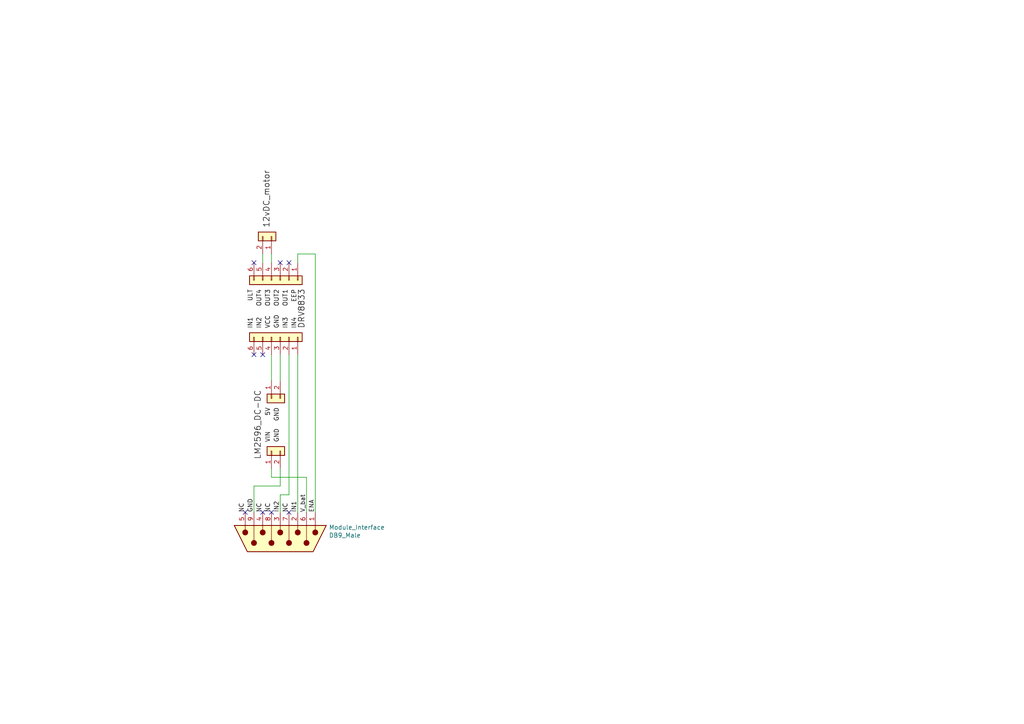
<source format=kicad_sch>
(kicad_sch (version 20211123) (generator eeschema)
  (paper "A4")
  (lib_symbols
    (symbol "Connector:DB9_Male" (pin_names (offset 1.016) hide)
      (property "Reference" "J" (at 0 13.97 0))
      (property "Value" "DB9_Male" (at 0 -14.605 0))
      (symbol "DB9_Male_0_1"
        (circle (center -1.778 -10.16) (radius 0.762) (fill (type outline)))
        (circle (center -1.778 -5.08) (radius 0.762) (fill (type outline)))
        (circle (center -1.778 0) (radius 0.762) (fill (type outline)))
        (circle (center -1.778 5.08) (radius 0.762) (fill (type outline)))
        (circle (center -1.778 10.16) (radius 0.762) (fill (type outline)))
        (polyline (pts (xy -3.81 -10.16) (xy -2.54 -10.16)))
        (polyline (pts (xy -3.81 -7.62) (xy 0.508 -7.62)))
        (polyline (pts (xy -3.81 -5.08) (xy -2.54 -5.08)))
        (polyline (pts (xy -3.81 -2.54) (xy 0.508 -2.54)))
        (polyline (pts (xy -3.81 0) (xy -2.54 0)))
        (polyline (pts (xy -3.81 2.54) (xy 0.508 2.54)))
        (polyline (pts (xy -3.81 5.08) (xy -2.54 5.08)))
        (polyline (pts (xy -3.81 7.62) (xy 0.508 7.62)))
        (polyline (pts (xy -3.81 10.16) (xy -2.54 10.16)))
        (polyline (pts (xy -3.81 -13.335) (xy -3.81 13.335) (xy 3.81 9.525) (xy 3.81 -9.525) (xy -3.81 -13.335)) (stroke (width 0.254)) (fill (type background)))
        (circle (center 1.27 -7.62) (radius 0.762) (fill (type outline)))
        (circle (center 1.27 -2.54) (radius 0.762) (fill (type outline)))
        (circle (center 1.27 2.54) (radius 0.762) (fill (type outline)))
        (circle (center 1.27 7.62) (radius 0.762) (fill (type outline)))
      )
      (symbol "DB9_Male_1_1"
        (pin passive line (at -7.62 -10.16 0) (length 3.81) (name "1") (number "1"))
        (pin passive line (at -7.62 -5.08 0) (length 3.81) (name "2") (number "2"))
        (pin passive line (at -7.62 0 0) (length 3.81) (name "3") (number "3"))
        (pin passive line (at -7.62 5.08 0) (length 3.81) (name "4") (number "4"))
        (pin passive line (at -7.62 10.16 0) (length 3.81) (name "5") (number "5"))
        (pin passive line (at -7.62 -7.62 0) (length 3.81) (name "6") (number "6"))
        (pin passive line (at -7.62 -2.54 0) (length 3.81) (name "7") (number "7"))
        (pin passive line (at -7.62 2.54 0) (length 3.81) (name "8") (number "8"))
        (pin passive line (at -7.62 7.62 0) (length 3.81) (name "9") (number "9"))
      )
    )
    (symbol "Connector_Generic:Conn_01x02" (pin_names (offset 1.016) hide)
      (property "Reference" "J" (at 0 2.54 0))
      (property "Value" "Conn_01x02" (at 0 -5.08 0))
      (symbol "Conn_01x02_1_1"
        (rectangle (start -1.27 -2.413) (end 0 -2.667) (stroke (width 0.1524)))
        (rectangle (start -1.27 0.127) (end 0 -0.127) (stroke (width 0.1524)))
        (rectangle (start -1.27 1.27) (end 1.27 -3.81) (stroke (width 0.254)) (fill (type background)))
        (pin passive line (at -5.08 0 0) (length 3.81) (name "Pin_1") (number "1"))
        (pin passive line (at -5.08 -2.54 0) (length 3.81) (name "Pin_2") (number "2"))
      )
    )
    (symbol "Connector_Generic:Conn_01x06" (pin_names (offset 1.016) hide)
      (property "Reference" "J" (at 0 7.62 0))
      (property "Value" "Conn_01x06" (at 0 -10.16 0))
      (symbol "Conn_01x06_1_1"
        (rectangle (start -1.27 -7.493) (end 0 -7.747) (stroke (width 0.1524)))
        (rectangle (start -1.27 -4.953) (end 0 -5.207) (stroke (width 0.1524)))
        (rectangle (start -1.27 -2.413) (end 0 -2.667) (stroke (width 0.1524)))
        (rectangle (start -1.27 0.127) (end 0 -0.127) (stroke (width 0.1524)))
        (rectangle (start -1.27 2.667) (end 0 2.413) (stroke (width 0.1524)))
        (rectangle (start -1.27 5.207) (end 0 4.953) (stroke (width 0.1524)))
        (rectangle (start -1.27 6.35) (end 1.27 -8.89) (stroke (width 0.254)) (fill (type background)))
        (pin passive line (at -5.08 5.08 0) (length 3.81) (name "Pin_1") (number "1"))
        (pin passive line (at -5.08 2.54 0) (length 3.81) (name "Pin_2") (number "2"))
        (pin passive line (at -5.08 0 0) (length 3.81) (name "Pin_3") (number "3"))
        (pin passive line (at -5.08 -2.54 0) (length 3.81) (name "Pin_4") (number "4"))
        (pin passive line (at -5.08 -5.08 0) (length 3.81) (name "Pin_5") (number "5"))
        (pin passive line (at -5.08 -7.62 0) (length 3.81) (name "Pin_6") (number "6"))
      )
    )
  )
  (no_connect (at 76.2 148.59))
  (no_connect (at 83.82 148.59))
  (no_connect (at 81.28 76.2))
  (no_connect (at 73.66 102.87))
  (no_connect (at 83.82 76.2))
  (no_connect (at 78.74 148.59))
  (no_connect (at 73.66 76.2))
  (no_connect (at 76.2 102.87))
  (no_connect (at 71.12 148.59))
  (wire (pts (xy 81.28 102.87) (xy 81.28 110.49)))
  (wire (pts (xy 78.74 73.66) (xy 78.74 76.2)))
  (wire (pts (xy 76.2 73.66) (xy 76.2 76.2)))
  (wire (pts (xy 86.36 102.87) (xy 86.36 148.59)))
  (wire (pts (xy 81.28 135.89) (xy 81.28 140.97)))
  (wire (pts (xy 86.36 73.66) (xy 86.36 76.2)))
  (wire (pts (xy 83.82 102.87) (xy 83.82 143.51)))
  (wire (pts (xy 88.9 138.43) (xy 78.74 138.43)))
  (wire (pts (xy 78.74 102.87) (xy 78.74 110.49)))
  (wire (pts (xy 91.44 73.66) (xy 86.36 73.66)))
  (wire (pts (xy 81.28 140.97) (xy 73.66 140.97)))
  (wire (pts (xy 73.66 140.97) (xy 73.66 148.59)))
  (wire (pts (xy 78.74 138.43) (xy 78.74 135.89)))
  (wire (pts (xy 81.28 143.51) (xy 83.82 143.51)))
  (wire (pts (xy 91.44 148.59) (xy 91.44 73.66)))
  (wire (pts (xy 81.28 148.59) (xy 81.28 143.51)))
  (wire (pts (xy 88.9 148.59) (xy 88.9 138.43)))
  (label "GND" (at 81.28 128.27 90))
  (label "VIN" (at 78.74 128.27 90))
  (label "OUT4" (at 76.2 83.82 270))
  (label "ULT" (at 73.66 83.82 270))
  (label "GND" (at 73.66 148.59 90))
  (label "EEP" (at 86.36 83.82 270))
  (label "IN1" (at 86.36 148.59 90))
  (label "IN1" (at 73.66 95.25 90))
  (label "OUT3" (at 78.74 83.82 270))
  (label "IN2" (at 76.2 95.25 90))
  (label "IN3" (at 83.82 95.25 90))
  (label "IN4" (at 86.36 95.25 90))
  (label "GND" (at 81.28 95.25 90))
  (label "V_bat" (at 88.9 148.59 90))
  (label "OUT2" (at 81.28 83.82 270))
  (label "LM2596_DC-DC" (at 76.2 113.03 270) (effects (font (size 1.7 1.7))))
  (label "NC" (at 78.74 148.59 90))
  (label "VCC" (at 78.74 95.25 90))
  (label "5V" (at 78.74 118.11 270))
  (label "NC" (at 76.2 148.59 90))
  (label "12vDC_motor" (at 78.74 66.04 90) (effects (font (size 1.7 1.7))))
  (label "IN2" (at 81.28 148.59 90))
  (label "OUT1" (at 83.82 83.82 270))
  (label "NC" (at 71.12 148.59 90))
  (label "ENA" (at 91.44 148.59 90))
  (label "DRV8833" (at 88.9 95.25 90) (effects (font (size 1.7 1.7))))
  (label "GND" (at 81.28 118.11 270))
  (label "NC" (at 83.82 148.59 90))
  (symbol (lib_id "Connector:DB9_Male") (at 81.28 156.21 90) (mirror x) (unit 1)
    (property "Reference" "Module_Interface" (at 95.377 152.9588 90) (effects (justify right)))
    (property "Value" "DB9_Male" (at 95.377 155.2702 90) (effects (justify right)))
    (property "Datasheet" " ~" (effects hide))
  )
  (symbol (lib_id "Connector_Generic:Conn_01x02") (at 78.74 130.81 90) (unit 1)
    (property "Reference" "J?" (effects hide))
    (property "Value" "Conn_01x02" (effects hide))
  )
  (symbol (lib_id "Connector_Generic:Conn_01x02") (at 78.74 115.57 90) (mirror x) (unit 1)
    (property "Reference" "J?" (effects hide))
    (property "Value" "Conn_01x02" (effects hide))
  )
  (symbol (lib_id "Connector_Generic:Conn_01x06") (at 81.28 97.79 270) (mirror x) (unit 1)
    (property "Reference" "J?" (effects hide))
    (property "Value" "Conn_01x06" (effects hide))
  )
  (symbol (lib_id "Connector_Generic:Conn_01x06") (at 81.28 81.28 270) (unit 1)
    (property "Reference" "J?" (effects hide))
    (property "Value" "Conn_01x06" (effects hide))
  )
  (symbol (lib_id "Connector_Generic:Conn_01x02") (at 78.74 68.58 270) (mirror x) (unit 1)
    (property "Reference" "J?" (effects hide))
    (property "Value" "Conn_01x02" (effects hide))
  )
)
</source>
